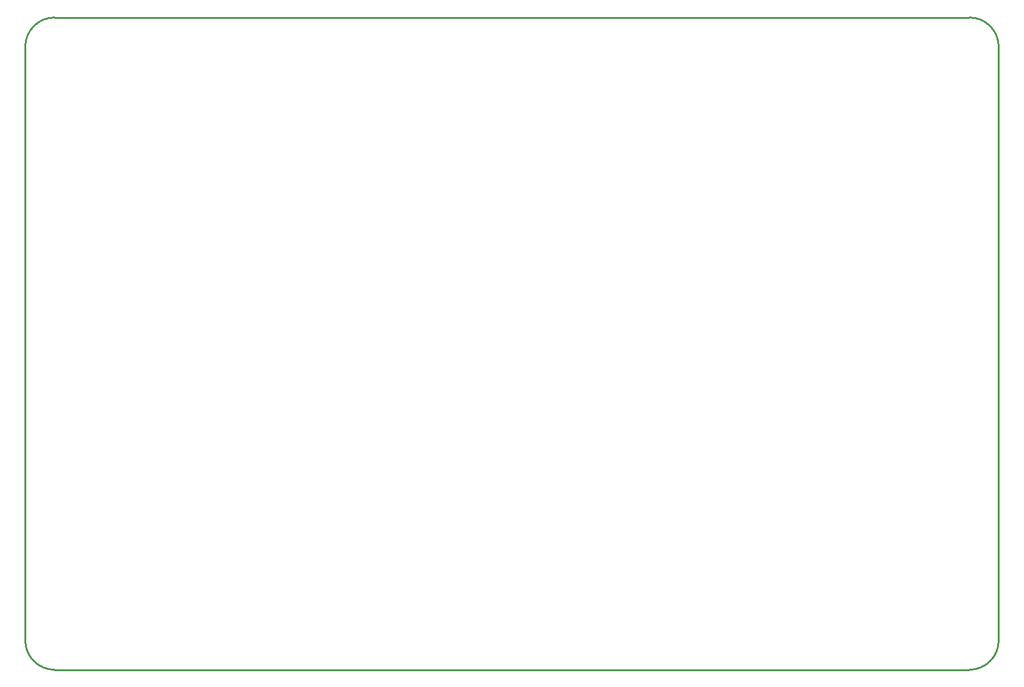
<source format=gbr>
G04 #@! TF.GenerationSoftware,KiCad,Pcbnew,7.0.7*
G04 #@! TF.CreationDate,2023-11-01T18:39:14-05:00*
G04 #@! TF.ProjectId,2024Rev1,32303234-5265-4763-912e-6b696361645f,rev?*
G04 #@! TF.SameCoordinates,Original*
G04 #@! TF.FileFunction,Profile,NP*
%FSLAX46Y46*%
G04 Gerber Fmt 4.6, Leading zero omitted, Abs format (unit mm)*
G04 Created by KiCad (PCBNEW 7.0.7) date 2023-11-01 18:39:14*
%MOMM*%
%LPD*%
G01*
G04 APERTURE LIST*
G04 #@! TA.AperFunction,Profile*
%ADD10C,0.254000*%
G04 #@! TD*
G04 APERTURE END LIST*
D10*
X230378000Y-40894000D02*
X230378000Y-123444000D01*
X226314000Y-127508000D02*
G75*
G03*
X230378000Y-123444000I0J4064000D01*
G01*
X95250000Y-123444000D02*
G75*
G03*
X99314000Y-127508000I4064000J0D01*
G01*
X99314000Y-36830000D02*
G75*
G03*
X95250000Y-40894000I0J-4064000D01*
G01*
X95250000Y-123444000D02*
X95250000Y-40894000D01*
X230378000Y-40894000D02*
G75*
G03*
X226314000Y-36830000I-4064000J0D01*
G01*
X99314000Y-36830000D02*
X226314000Y-36830000D01*
X226314000Y-127508000D02*
X99314000Y-127508000D01*
M02*

</source>
